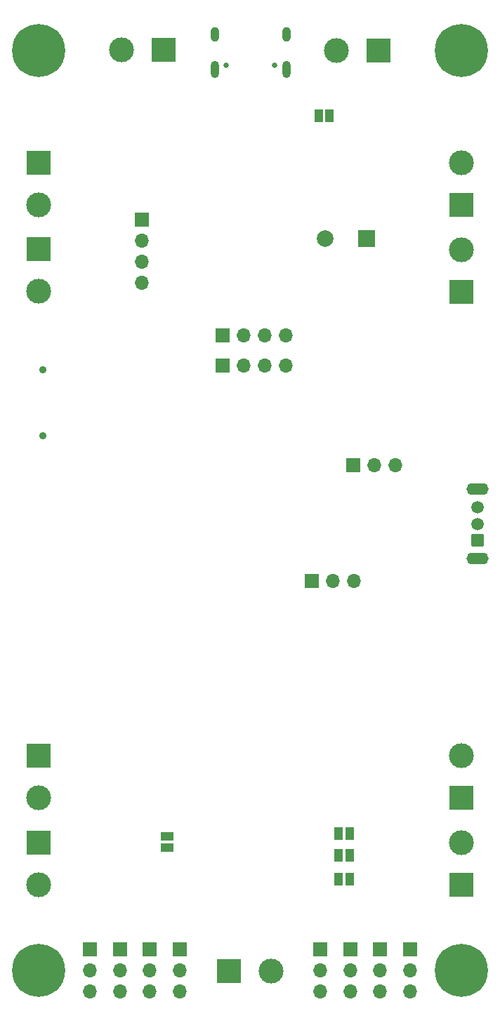
<source format=gbs>
%TF.GenerationSoftware,KiCad,Pcbnew,8.0.3*%
%TF.CreationDate,2025-07-22T23:59:42+01:00*%
%TF.ProjectId,Athena,41746865-6e61-42e6-9b69-6361645f7063,rev?*%
%TF.SameCoordinates,Original*%
%TF.FileFunction,Soldermask,Bot*%
%TF.FilePolarity,Negative*%
%FSLAX46Y46*%
G04 Gerber Fmt 4.6, Leading zero omitted, Abs format (unit mm)*
G04 Created by KiCad (PCBNEW 8.0.3) date 2025-07-22 23:59:42*
%MOMM*%
%LPD*%
G01*
G04 APERTURE LIST*
G04 Aperture macros list*
%AMRoundRect*
0 Rectangle with rounded corners*
0 $1 Rounding radius*
0 $2 $3 $4 $5 $6 $7 $8 $9 X,Y pos of 4 corners*
0 Add a 4 corners polygon primitive as box body*
4,1,4,$2,$3,$4,$5,$6,$7,$8,$9,$2,$3,0*
0 Add four circle primitives for the rounded corners*
1,1,$1+$1,$2,$3*
1,1,$1+$1,$4,$5*
1,1,$1+$1,$6,$7*
1,1,$1+$1,$8,$9*
0 Add four rect primitives between the rounded corners*
20,1,$1+$1,$2,$3,$4,$5,0*
20,1,$1+$1,$4,$5,$6,$7,0*
20,1,$1+$1,$6,$7,$8,$9,0*
20,1,$1+$1,$8,$9,$2,$3,0*%
G04 Aperture macros list end*
%ADD10R,3.000000X3.000000*%
%ADD11C,3.000000*%
%ADD12R,1.700000X1.700000*%
%ADD13O,1.700000X1.700000*%
%ADD14C,0.900000*%
%ADD15C,6.400000*%
%ADD16C,0.650000*%
%ADD17O,1.000000X2.100000*%
%ADD18O,1.000000X1.800000*%
%ADD19RoundRect,0.102000X0.654000X-0.654000X0.654000X0.654000X-0.654000X0.654000X-0.654000X-0.654000X0*%
%ADD20C,1.512000*%
%ADD21O,2.664000X1.434000*%
%ADD22R,2.000000X2.000000*%
%ADD23C,2.000000*%
%ADD24R,1.000000X1.500000*%
%ADD25R,1.500000X1.000000*%
G04 APERTURE END LIST*
D10*
%TO.C,J11*%
X151000000Y-149660000D03*
D11*
X151000000Y-144580000D03*
%TD*%
D10*
%TO.C,J6*%
X122970000Y-160100000D03*
D11*
X128050000Y-160100000D03*
%TD*%
D12*
%TO.C,U6*%
X134000000Y-157460000D03*
D13*
X134000000Y-160000000D03*
X134000000Y-162540000D03*
%TD*%
D10*
%TO.C,J1*%
X151000000Y-78140000D03*
D11*
X151000000Y-73060000D03*
%TD*%
D12*
%TO.C,U21*%
X122200000Y-87000000D03*
D13*
X124740000Y-87000000D03*
X127280000Y-87000000D03*
X129820000Y-87000000D03*
%TD*%
D10*
%TO.C,J4*%
X100000000Y-144620000D03*
D11*
X100000000Y-149700000D03*
%TD*%
D14*
%TO.C,J12*%
X100500000Y-87500000D03*
X100500000Y-95500000D03*
%TD*%
D12*
%TO.C,U13*%
X117000000Y-157475000D03*
D13*
X117000000Y-160015000D03*
X117000000Y-162555000D03*
%TD*%
D12*
%TO.C,U9*%
X144800000Y-157475000D03*
D13*
X144800000Y-160015000D03*
X144800000Y-162555000D03*
%TD*%
D10*
%TO.C,J5*%
X151000000Y-67600000D03*
D11*
X151000000Y-62520000D03*
%TD*%
D12*
%TO.C,U12*%
X113400000Y-157475000D03*
D13*
X113400000Y-160015000D03*
X113400000Y-162555000D03*
%TD*%
D10*
%TO.C,J3*%
X100000000Y-134120000D03*
D11*
X100000000Y-139200000D03*
%TD*%
D15*
%TO.C,REF\u002A\u002A*%
X151000000Y-160000000D03*
%TD*%
D12*
%TO.C,U7*%
X137600000Y-157475000D03*
D13*
X137600000Y-160015000D03*
X137600000Y-162555000D03*
%TD*%
D12*
%TO.C,U4*%
X112500000Y-69420000D03*
D13*
X112500000Y-71960000D03*
X112500000Y-74500000D03*
X112500000Y-77040000D03*
%TD*%
D10*
%TO.C,J7*%
X100000000Y-73000000D03*
D11*
X100000000Y-78080000D03*
%TD*%
D15*
%TO.C,REF\u002A\u002A*%
X151000000Y-49000000D03*
%TD*%
D12*
%TO.C,U10*%
X106200000Y-157475000D03*
D13*
X106200000Y-160015000D03*
X106200000Y-162555000D03*
%TD*%
D15*
%TO.C,REF\u002A\u002A*%
X100000000Y-49000000D03*
%TD*%
D16*
%TO.C,J13*%
X128440000Y-50755000D03*
X122660000Y-50755000D03*
D17*
X129870000Y-51255000D03*
D18*
X129870000Y-47075000D03*
D17*
X121230000Y-51255000D03*
D18*
X121230000Y-47075000D03*
%TD*%
D10*
%TO.C,J2*%
X141040000Y-49000000D03*
D11*
X135960000Y-49000000D03*
%TD*%
D10*
%TO.C,J10*%
X151000000Y-139140000D03*
D11*
X151000000Y-134060000D03*
%TD*%
D12*
%TO.C,U11*%
X109800000Y-157475000D03*
D13*
X109800000Y-160015000D03*
X109800000Y-162555000D03*
%TD*%
D12*
%TO.C,U19*%
X132975000Y-113000000D03*
D13*
X135515000Y-113000000D03*
X138055000Y-113000000D03*
%TD*%
D12*
%TO.C,U22*%
X122200000Y-83350000D03*
D13*
X124740000Y-83350000D03*
X127280000Y-83350000D03*
X129820000Y-83350000D03*
%TD*%
D15*
%TO.C,REF\u002A\u002A*%
X100000000Y-160000000D03*
%TD*%
D19*
%TO.C,SW1*%
X152896000Y-108134000D03*
D20*
X152896000Y-106134000D03*
X152896000Y-104134000D03*
D21*
X152896000Y-110334000D03*
X152896000Y-101934000D03*
%TD*%
D12*
%TO.C,U8*%
X141200000Y-157460000D03*
D13*
X141200000Y-160000000D03*
X141200000Y-162540000D03*
%TD*%
D12*
%TO.C,U17*%
X137975000Y-99000000D03*
D13*
X140515000Y-99000000D03*
X143055000Y-99000000D03*
%TD*%
D10*
%TO.C,J8*%
X115130000Y-48950000D03*
D11*
X110050000Y-48950000D03*
%TD*%
D22*
%TO.C,BZ1*%
X139550000Y-71725000D03*
D23*
X134550000Y-71725000D03*
%TD*%
D10*
%TO.C,J9*%
X100000000Y-62520000D03*
D11*
X100000000Y-67600000D03*
%TD*%
D24*
%TO.C,JP5*%
X135110000Y-56840000D03*
X133810000Y-56840000D03*
%TD*%
%TO.C,JP2*%
X136200001Y-143500000D03*
X137500001Y-143500000D03*
%TD*%
%TO.C,JP3*%
X136200001Y-149000000D03*
X137500001Y-149000000D03*
%TD*%
%TO.C,JP4*%
X136200001Y-146146447D03*
X137500001Y-146146447D03*
%TD*%
D25*
%TO.C,JP1*%
X115500000Y-145150000D03*
X115500000Y-143850000D03*
%TD*%
M02*

</source>
